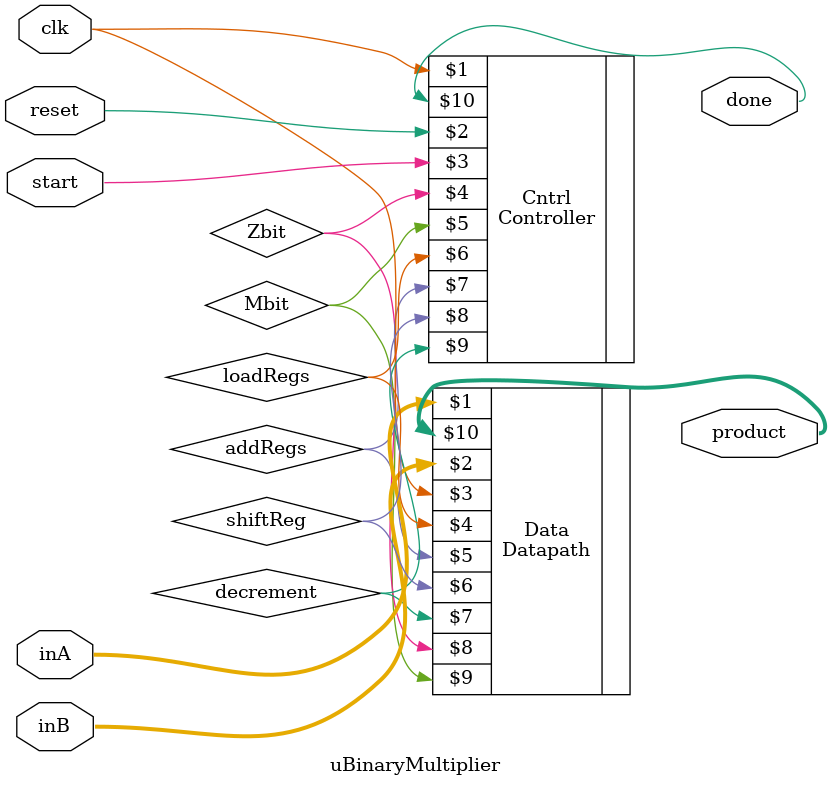
<source format=v>
module uBinaryMultiplier(
input [2:0] inA, inB,
input clk, reset, start,
output [5:0] product,
output done
);

wire Zbit, Mbit, loadRegs, addRegs, shiftReg, decrement;

//------------------------------------------------------------------
// 	      Instances of Controller and Datapath Modules
//------------------------------------------------------------------

Controller Cntrl(clk, reset, start, Zbit, 
Mbit, loadRegs, addRegs, shiftReg, 
decrement, done);

Datapath Data(inA, inB, clk, loadRegs, addRegs, 
shiftReg, decrement, Zbit,
 Mbit, product);

endmodule
</source>
